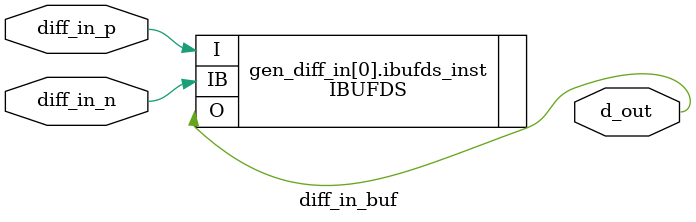
<source format=v>
`timescale 1ns / 1ps

module diff_in_buf #
(
  parameter integer DIFF_BUF_WIDTH = 1
)
(
  input   wire  [DIFF_BUF_WIDTH-1:0]   diff_in_p,
  input   wire  [DIFF_BUF_WIDTH-1:0]   diff_in_n,
  output  wire  [DIFF_BUF_WIDTH-1:0]   d_out
);

// Generate DIFF_BUF_WIDTH number of the Xilinx IBUFDS primitives
genvar i;
generate
  for (i = 0; i < DIFF_BUF_WIDTH; i = i + 1)
  begin : gen_diff_in
    IBUFDS
    #(
      .IOSTANDARD("DEFAULT")
    )
    ibufds_inst
    (
      .I(diff_in_p[i]),
      .IB(diff_in_n[i]),
      .O(d_out[i])
    );
  end
endgenerate

endmodule

</source>
